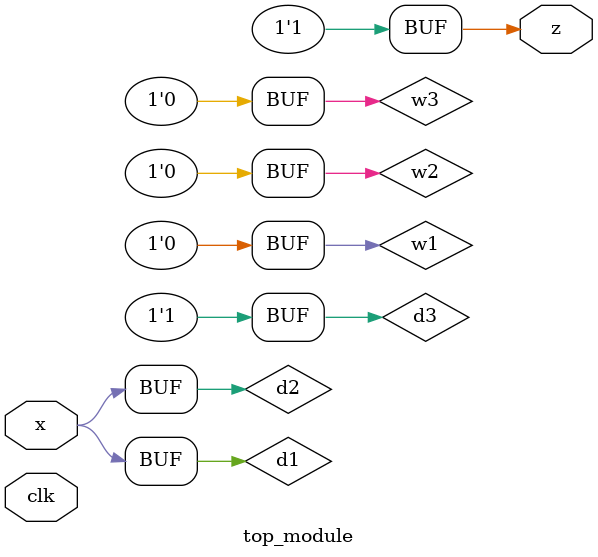
<source format=v>
module dff1(
    input d,
    input clk,
    output reg q);
    always @(posedge clk) begin
        q=d;
    end
endmodule
 
module top_module (
    input clk,
    input x,
    output z
); 
    reg w1=0,w2=0,w3=0;
    wire d1,d2,d3;
    

    dff1 block1(.d(d1),.clk(clk),.q(w1));
    dff1 block2(.d(d2),.clk(clk),.q(w2));
    dff1 block3(.d(d3),.clk(clk),.q(w3));
    assign d1=w1^x;
    assign d2=(~w2)& x;
    assign d3=(~w3) | x;
    assign z=~(w1 || w2 || w3);
endmodule

</source>
